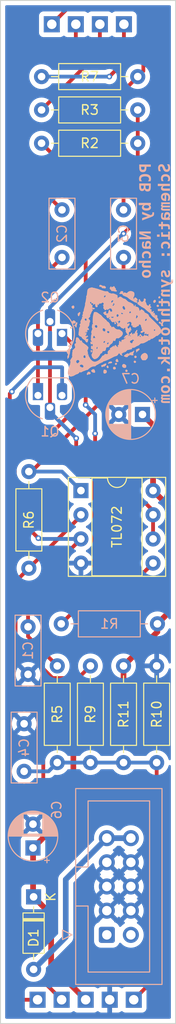
<source format=kicad_pcb>
(kicad_pcb (version 20240108) (generator "pcbnew") (generator_version "8.0")
  (title_block (title "Back PCB") (date "2024-09-10") (rev "0.2"))
  (layers (0 "F.Cu" signal) (31 "B.Cu" signal) (34 "B.Paste" user) (35 "F.Paste" user) (36 "B.SilkS" user "B.Silkscreen") (37 "F.SilkS" user "F.Silkscreen") (38 "B.Mask" user) (39 "F.Mask" user) (44 "Edge.Cuts" user))
  (net 0 "")
  (net 1 "Net-(Q2-E)")
  (net 2 "GND")
  (net 3 "Net-(Q1-E)")
  (net 4 "Net-(C3-Pad1)")
  (net 5 "VCC")
  (net 6 "Net-(D1-A)")
  (net 9 "Net-(U1B--)")
  (net 10 "Net-(U1A--)")
  (net 11 "Net-(P1-Pin_1)")
  (net 12 "Net-(P2-Pin_1)")
  (net 13 "Net-(P3-Pin_1)")
  (net 14 "Net-(P4-Pin_1)")
  (net 15 "Net-(P5-Pin_1)")
  (net 16 "Net-(Q1-B)")
  (net 17 "Net-(P7-Pin_1)")
  (net 18 "Net-(P10-Pin_1)")
  (footprint "Connector_PinHeader_2.54mm:PinHeader_1x01_P2.54mm_Vertical" (layer "F.Cu") (at 138.045113 143.9)
    (property "Reference" "P9" (hide yes))
    (property "Value" "Conn_01x01_Pin" (hide yes))
    (pad "1" thru_hole rect (at 0 0) (size 1.7 1.7) (drill 1) (layers "*.Cu" "*.Mask") (net 2 "GND"))
  )
  (footprint "Resistor_THT:R_Axial_DIN0207_L6.3mm_D2.5mm_P10.16mm_Horizontal" (layer "F.Cu") (at 141.005113 46.9 180)
    (property "Reference" "R7" (at 5.08 0 0) (layer "F.SilkS"))
    (property "Value" "1K")
    (pad "1" thru_hole circle (at 0 0 180) (size 1.6 1.6) (drill 0.8) (layers "*.Cu" "*.Mask") (net 14 "Net-(P4-Pin_1)"))
    (pad "2" thru_hole oval (at 10.16 0 180) (size 1.6 1.6) (drill 0.8) (layers "*.Cu" "*.Mask") (net 11 "Net-(P1-Pin_1)"))
  )
  (footprint "SVG:DirtNacho" (layer "F.Cu") (at 138.097635 75.692831)
    (property "Reference" "Ref**" (hide yes))
    (property "Value" "Val**" (hide yes))
  )
  (footprint "Resistor_THT:R_Axial_DIN0207_L6.3mm_D2.5mm_P10.16mm_Horizontal" (layer "F.Cu") (at 129.505113 98.56 90)
    (property "Reference" "R6" (at 5.08 0 90) (layer "F.SilkS"))
    (property "Value" "47K")
    (pad "1" thru_hole circle (at 0 0 90) (size 1.6 1.6) (drill 0.8) (layers "*.Cu" "*.Mask") (net 10 "Net-(U1A--)"))
    (pad "2" thru_hole oval (at 10.16 0 90) (size 1.6 1.6) (drill 0.8) (layers "*.Cu" "*.Mask") (net 4 "Net-(C3-Pad1)"))
  )
  (footprint "Connector_PinHeader_2.54mm:PinHeader_1x01_P2.54mm_Vertical" (layer "F.Cu") (at 134.465113 41.4)
    (property "Reference" "P3" (hide yes))
    (property "Value" "Conn_01x01_Pin" (hide yes))
    (pad "1" thru_hole rect (at 0 0) (size 1.7 1.7) (drill 1) (layers "*.Cu" "*.Mask") (net 13 "Net-(P3-Pin_1)"))
  )
  (footprint "Package_DIP:DIP-8_W7.62mm_Socket" (layer "F.Cu") (at 135.005113 90.4)
    (property "Reference" "TL072" (at 3.8 3.8 90) (layer "F.SilkS"))
    (property "Value" "TL072")
    (pad "1" thru_hole rect (at 0 0) (size 1.6 1.6) (drill 0.8) (layers "*.Cu" "*.Mask") (net 4 "Net-(C3-Pad1)"))
    (pad "2" thru_hole oval (at 0 2.54) (size 1.6 1.6) (drill 0.8) (layers "*.Cu" "*.Mask") (net 10 "Net-(U1A--)"))
    (pad "3" thru_hole oval (at 0 5.08) (size 1.6 1.6) (drill 0.8) (layers "*.Cu" "*.Mask") (net 1 "Net-(Q2-E)"))
    (pad "4" thru_hole oval (at 0 7.62) (size 1.6 1.6) (drill 0.8) (layers "*.Cu" "*.Mask") (net 2 "GND"))
    (pad "5" thru_hole oval (at 7.62 7.62) (size 1.6 1.6) (drill 0.8) (layers "*.Cu" "*.Mask") (net 17 "Net-(P7-Pin_1)"))
    (pad "6" thru_hole oval (at 7.62 5.08) (size 1.6 1.6) (drill 0.8) (layers "*.Cu" "*.Mask") (net 9 "Net-(U1B--)"))
    (pad "7" thru_hole oval (at 7.62 2.54) (size 1.6 1.6) (drill 0.8) (layers "*.Cu" "*.Mask") (net 9 "Net-(U1B--)"))
    (pad "8" thru_hole oval (at 7.62 0) (size 1.6 1.6) (drill 0.8) (layers "*.Cu" "*.Mask") (net 5 "VCC"))
  )
  (footprint "Connector_PinHeader_2.54mm:PinHeader_1x01_P2.54mm_Vertical" (layer "F.Cu") (at 131.925113 41.4)
    (property "Reference" "P4" (hide yes))
    (property "Value" "Conn_01x01_Pin" (hide yes))
    (pad "1" thru_hole rect (at 0 0) (size 1.7 1.7) (drill 1) (layers "*.Cu" "*.Mask") (net 14 "Net-(P4-Pin_1)"))
  )
  (footprint "Resistor_THT:R_Axial_DIN0207_L6.3mm_D2.5mm_P10.16mm_Horizontal" (layer "F.Cu") (at 130.845113 50.4)
    (property "Reference" "R3" (at 5.08 0 0) (layer "F.SilkS"))
    (property "Value" "47K")
    (pad "1" thru_hole circle (at 0 0) (size 1.6 1.6) (drill 0.8) (layers "*.Cu" "*.Mask") (net 12 "Net-(P2-Pin_1)"))
    (pad "2" thru_hole oval (at 10.16 0) (size 1.6 1.6) (drill 0.8) (layers "*.Cu" "*.Mask") (net 16 "Net-(Q1-B)"))
  )
  (footprint "Connector_PinHeader_2.54mm:PinHeader_1x01_P2.54mm_Vertical" (layer "F.Cu") (at 140.585113 143.9)
    (property "Reference" "P10" (hide yes))
    (property "Value" "Conn_01x01_Pin" (hide yes))
    (pad "1" thru_hole rect (at 0 0) (size 1.7 1.7) (drill 1) (layers "*.Cu" "*.Mask") (net 18 "Net-(P10-Pin_1)"))
  )
  (footprint "Resistor_THT:R_Axial_DIN0207_L6.3mm_D2.5mm_P10.16mm_Horizontal" (layer "F.Cu") (at 143.005113 118.98 90)
    (property "Reference" "R10" (at 5.08 0 90) (layer "F.SilkS"))
    (property "Value" "4.7K")
    (pad "1" thru_hole circle (at 0 0 90) (size 1.6 1.6) (drill 0.8) (layers "*.Cu" "*.Mask") (net 18 "Net-(P10-Pin_1)"))
    (pad "2" thru_hole oval (at 10.16 0 90) (size 1.6 1.6) (drill 0.8) (layers "*.Cu" "*.Mask") (net 2 "GND"))
  )
  (footprint "Connector_PinHeader_2.54mm:PinHeader_1x01_P2.54mm_Vertical" (layer "F.Cu") (at 137.005113 41.4)
    (property "Reference" "P2" (hide yes))
    (property "Value" "Conn_01x01_Pin" (hide yes))
    (pad "1" thru_hole rect (at 0 0) (size 1.7 1.7) (drill 1) (layers "*.Cu" "*.Mask") (net 12 "Net-(P2-Pin_1)"))
  )
  (footprint "Resistor_THT:R_Axial_DIN0207_L6.3mm_D2.5mm_P10.16mm_Horizontal" (layer "F.Cu") (at 139.505113 108.82 -90)
    (property "Reference" "R11" (at 5.08 0 90) (layer "F.SilkS"))
    (property "Value" "4.7K")
    (pad "1" thru_hole circle (at 0 0 270) (size 1.6 1.6) (drill 0.8) (layers "*.Cu" "*.Mask") (net 5 "VCC"))
    (pad "2" thru_hole oval (at 10.16 0 270) (size 1.6 1.6) (drill 0.8) (layers "*.Cu" "*.Mask") (net 18 "Net-(P10-Pin_1)"))
  )
  (footprint "Connector_PinHeader_2.54mm:PinHeader_1x01_P2.54mm_Vertical" (layer "F.Cu") (at 135.505113 143.9)
    (property "Reference" "P8" (hide yes))
    (property "Value" "Conn_01x01_Pin" (hide yes))
    (pad "1" thru_hole rect (at 0 0) (size 1.7 1.7) (drill 1) (layers "*.Cu" "*.Mask") (net 5 "VCC"))
  )
  (footprint "Connector_PinHeader_2.54mm:PinHeader_1x01_P2.54mm_Vertical" (layer "F.Cu") (at 132.965113 143.9)
    (property "Reference" "P7" (hide yes))
    (property "Value" "Conn_01x01_Pin" (hide yes))
    (pad "1" thru_hole rect (at 0 0) (size 1.7 1.7) (drill 1) (layers "*.Cu" "*.Mask") (net 17 "Net-(P7-Pin_1)"))
  )
  (footprint "Resistor_THT:R_Axial_DIN0207_L6.3mm_D2.5mm_P10.16mm_Horizontal" (layer "F.Cu") (at 132.505113 108.82 -90)
    (property "Reference" "R5" (at 5.08 0 90) (layer "F.SilkS"))
    (property "Value" "1M")
    (pad "1" thru_hole circle (at 0 0 270) (size 1.6 1.6) (drill 0.8) (layers "*.Cu" "*.Mask") (net 1 "Net-(Q2-E)"))
    (pad "2" thru_hole oval (at 10.16 0 270) (size 1.6 1.6) (drill 0.8) (layers "*.Cu" "*.Mask") (net 18 "Net-(P10-Pin_1)"))
  )
  (footprint "Connector_PinHeader_2.54mm:PinHeader_1x01_P2.54mm_Vertical" (layer "F.Cu") (at 130.425113 143.9)
    (property "Reference" "P5" (hide yes))
    (property "Value" "Conn_01x01_Pin" (hide yes))
    (pad "1" thru_hole rect (at 0 0) (size 1.7 1.7) (drill 1) (layers "*.Cu" "*.Mask") (net 15 "Net-(P5-Pin_1)"))
  )
  (footprint "Resistor_THT:R_Axial_DIN0207_L6.3mm_D2.5mm_P10.16mm_Horizontal" (layer "F.Cu") (at 130.845113 53.9)
    (property "Reference" "R2" (at 5.08 0 0) (layer "F.SilkS"))
    (property "Value" "47K")
    (pad "1" thru_hole circle (at 0 0) (size 1.6 1.6) (drill 0.8) (layers "*.Cu" "*.Mask") (net 9 "Net-(U1B--)"))
    (pad "2" thru_hole oval (at 10.16 0) (size 1.6 1.6) (drill 0.8) (layers "*.Cu" "*.Mask") (net 16 "Net-(Q1-B)"))
  )
  (footprint "Connector_PinHeader_2.54mm:PinHeader_1x01_P2.54mm_Vertical" (layer "F.Cu") (at 139.545113 41.4)
    (property "Reference" "P1" (hide yes))
    (property "Value" "Conn_01x01_Pin" (hide yes))
    (pad "1" thru_hole rect (at 0 0) (size 1.7 1.7) (drill 1) (layers "*.Cu" "*.Mask") (net 11 "Net-(P1-Pin_1)"))
  )
  (footprint "Diode_THT:D_DO-35_SOD27_P7.62mm_Horizontal" (layer "F.Cu") (at 130.005113 133.09 -90)
    (property "Reference" "D1" (at 4.31 0 90) (layer "F.SilkS"))
    (property "Value" "1N4148")
    (fp_text user "K" (at 0 -1.8 -90) (layer "F.SilkS"))
    (pad "1" thru_hole rect (at 0 0 270) (size 1.6 1.6) (drill 0.8) (layers "*.Cu" "*.Mask") (net 5 "VCC"))
    (pad "2" thru_hole oval (at 7.62 0 270) (size 1.6 1.6) (drill 0.8) (layers "*.Cu" "*.Mask") (net 6 "Net-(D1-A)"))
  )
  (footprint "Resistor_THT:R_Axial_DIN0207_L6.3mm_D2.5mm_P10.16mm_Horizontal" (layer "F.Cu") (at 136.005113 108.82 -90)
    (property "Reference" "R9" (at 5.08 0 90) (layer "F.SilkS"))
    (property "Value" "4.7K")
    (pad "1" thru_hole circle (at 0 0 270) (size 1.6 1.6) (drill 0.8) (layers "*.Cu" "*.Mask") (net 10 "Net-(U1A--)"))
    (pad "2" thru_hole oval (at 10.16 0 270) (size 1.6 1.6) (drill 0.8) (layers "*.Cu" "*.Mask") (net 18 "Net-(P10-Pin_1)"))
  )
  (footprint "Capacitor_THT:CP_Radial_D5.0mm_P2.50mm" (layer "B.Cu") (at 141.505113 82.4 180)
    (property "Reference" "C7" (at 1.25 3.75 0) (layer "B.SilkS") (effects (justify mirror)))
    (property "Value" "10nF")
    (pad "1" thru_hole rect (at 0 0 180) (size 1.6 1.6) (drill 0.8) (layers "*.Cu" "*.Mask") (net 5 "VCC"))
    (pad "2" thru_hole circle (at 2.5 0 180) (size 1.6 1.6) (drill 0.8) (layers "*.Cu" "*.Mask") (net 2 "GND"))
  )
  (footprint "Resistor_THT:R_Axial_DIN0207_L6.3mm_D2.5mm_P10.16mm_Horizontal" (layer "B.Cu") (at 143.085113 104.4 180)
    (property "Reference" "R1" (at 5.08 0 0) (layer "B.SilkS") (effects (justify mirror)))
    (property "Value" "1M")
    (pad "1" thru_hole circle (at 0 0 180) (size 1.6 1.6) (drill 0.8) (layers "*.Cu" "*.Mask") (net 5 "VCC"))
    (pad "2" thru_hole oval (at 10.16 0 180) (size 1.6 1.6) (drill 0.8) (layers "*.Cu" "*.Mask") (net 16 "Net-(Q1-B)"))
  )
  (footprint "Capacitor_THT:C_Rect_L7.2mm_W2.5mm_P5.00mm_FKS2_FKP2_MKS2_MKP2" (layer "B.Cu") (at 129.005113 119.9 90)
    (property "Reference" "C4" (at 2.5 0 90) (layer "B.SilkS") (effects (justify mirror)))
    (property "Value" "47uF")
    (pad "1" thru_hole circle (at 0 0 90) (size 1.6 1.6) (drill 0.8) (layers "*.Cu" "*.Mask") (net 18 "Net-(P10-Pin_1)"))
    (pad "2" thru_hole circle (at 5 0 90) (size 1.6 1.6) (drill 0.8) (layers "*.Cu" "*.Mask") (net 2 "GND"))
  )
  (footprint "Package_TO_SOT_THT:TO-92L_HandSolder" (layer "B.Cu") (at 133.005113 73.9 180)
    (property "Reference" "Q2" (at 1.27 3.8 0) (layer "B.SilkS") (effects (justify mirror)))
    (property "Value" "2N3904")
    (pad "1" thru_hole rect (at 0 0 180) (size 1.1 1.8) (drill 0.75 (offset 0 -0.4)) (layers "*.Cu" "*.Mask") (net 1 "Net-(Q2-E)"))
    (pad "2" thru_hole roundrect (at 1.27 1.27 180) (size 1.1 1.8) (drill 0.75 (offset 0 0.4)) (layers "*.Cu" "*.Mask") (net 16 "Net-(Q1-B)"))
    (pad "3" thru_hole roundrect (at 2.54 0 180) (size 1.1 1.8) (drill 0.75 (offset 0 -0.4)) (layers "*.Cu" "*.Mask") (net 3 "Net-(Q1-E)"))
  )
  (footprint "Connector_IDC:IDC-Header_2x05_P2.54mm_Vertical" (layer "B.Cu") (at 137.74 137.08)
    (property "Reference" "J0" (hide yes))
    (property "Value" "EURO_PWR_2x5")
    (pad "1" thru_hole roundrect (at 0 0) (size 1.7 1.7) (drill 1) (layers "*.Cu" "*.Mask") (roundrect_rratio 0.147059))
    (pad "2" thru_hole circle (at 2.54 0) (size 1.7 1.7) (drill 1) (layers "*.Cu" "*.Mask"))
    (pad "3" thru_hole circle (at 0 -2.54) (size 1.7 1.7) (drill 1) (layers "*.Cu" "*.Mask") (net 2 "GND"))
    (pad "4" thru_hole circle (at 2.54 -2.54) (size 1.7 1.7) (drill 1) (layers "*.Cu" "*.Mask") (net 2 "GND"))
    (pad "5" thru_hole circle (at 0 -5.08) (size 1.7 1.7) (drill 1) (layers "*.Cu" "*.Mask") (net 2 "GND"))
    (pad "6" thru_hole circle (at 2.54 -5.08) (size 1.7 1.7) (drill 1) (layers "*.Cu" "*.Mask") (net 2 "GND"))
    (pad "7" thru_hole circle (at 0 -7.62) (size 1.7 1.7) (drill 1) (layers "*.Cu" "*.Mask") (net 2 "GND"))
    (pad "8" thru_hole circle (at 2.54 -7.62) (size 1.7 1.7) (drill 1) (layers "*.Cu" "*.Mask") (net 2 "GND"))
    (pad "9" thru_hole circle (at 0 -10.16) (size 1.7 1.7) (drill 1) (layers "*.Cu" "*.Mask") (net 6 "Net-(D1-A)"))
    (pad "10" thru_hole circle (at 2.54 -10.16) (size 1.7 1.7) (drill 1) (layers "*.Cu" "*.Mask") (net 6 "Net-(D1-A)"))
  )
  (footprint "Package_TO_SOT_THT:TO-92L_HandSolder" (layer "B.Cu") (at 130.465113 80.4)
    (property "Reference" "Q1" (at 1.27 3.8 180) (layer "B.SilkS") (effects (justify mirror)))
    (property "Value" "2N3904")
    (pad "1" thru_hole rect (at 0 0) (size 1.1 1.8) (drill 0.75 (offset 0 -0.4)) (layers "*.Cu" "*.Mask") (net 3 "Net-(Q1-E)"))
    (pad "2" thru_hole roundrect (at 1.27 1.27) (size 1.1 1.8) (drill 0.75 (offset 0 0.4)) (layers "*.Cu" "*.Mask") (net 16 "Net-(Q1-B)"))
    (pad "3" thru_hole roundrect (at 2.54 0) (size 1.1 1.8) (drill 0.75 (offset 0 -0.4)) (layers "*.Cu" "*.Mask") (net 15 "Net-(P5-Pin_1)"))
  )
  (footprint "Capacitor_THT:C_Rect_L7.2mm_W2.5mm_P5.00mm_FKS2_FKP2_MKS2_MKP2" (layer "B.Cu") (at 133.005113 65.9 90)
    (property "Reference" "C2" (at 2.5 0 90) (layer "B.SilkS") (effects (justify mirror)))
    (property "Value" "10nF")
    (pad "1" thru_hole circle (at 0 0 90) (size 1.6 1.6) (drill 0.8) (layers "*.Cu" "*.Mask") (net 3 "Net-(Q1-E)"))
    (pad "2" thru_hole circle (at 5 0 90) (size 1.6 1.6) (drill 0.8) (layers "*.Cu" "*.Mask") (net 13 "Net-(P3-Pin_1)"))
  )
  (footprint "Capacitor_THT:C_Rect_L7.2mm_W2.5mm_P5.00mm_FKS2_FKP2_MKS2_MKP2" (layer "B.Cu") (at 129.42 104.71 -90)
    (property "Reference" "C1" (at 2.5 0 90) (layer "B.SilkS") (effects (justify mirror)))
    (property "Value" "1nF")
    (pad "1" thru_hole circle (at 0 0 270) (size 1.6 1.6) (drill 0.8) (layers "*.Cu" "*.Mask") (net 1 "Net-(Q2-E)"))
    (pad "2" thru_hole circle (at 5 0 270) (size 1.6 1.6) (drill 0.8) (layers "*.Cu" "*.Mask") (net 2 "GND"))
  )
  (footprint "Capacitor_THT:C_Rect_L7.2mm_W2.5mm_P5.00mm_FKS2_FKP2_MKS2_MKP2" (layer "B.Cu") (at 139.505113 65.9 90)
    (property "Reference" "C3" (at 2.5 0 90) (layer "B.SilkS") (effects (justify mirror)))
    (property "Value" "1uF")
    (pad "1" thru_hole circle (at 0 0 90) (size 1.6 1.6) (drill 0.8) (layers "*.Cu" "*.Mask") (net 4 "Net-(C3-Pad1)"))
    (pad "2" thru_hole circle (at 5 0 90) (size 1.6 1.6) (drill 0.8) (layers "*.Cu" "*.Mask") (net 14 "Net-(P4-Pin_1)"))
  )
  (footprint "Capacitor_THT:CP_Radial_D5.0mm_P2.50mm" (layer "B.Cu") (at 129.94 127.95 90)
    (property "Reference" "C6" (at 4 2.5 90) (layer "B.SilkS") (effects (justify mirror)))
    (property "Value" "22UF")
    (pad "1" thru_hole rect (at 0 0 90) (size 1.6 1.6) (drill 0.8) (layers "*.Cu" "*.Mask") (net 5 "VCC"))
    (pad "2" thru_hole circle (at 2.5 0 90) (size 1.6 1.6) (drill 0.8) (layers "*.Cu" "*.Mask") (net 2 "GND"))
  )
  (gr_line (start 145.005113 146.4) (end 126.505113 146.4) (stroke (width 0.1)) (layer "Edge.Cuts"))
  (gr_line (start 126.505113 38.9) (end 145.005113 38.9) (stroke (width 0.1)) (layer "Edge.Cuts"))
  (gr_line (start 126.505113 146.4) (end 126.505113 38.9) (stroke (width 0.1)) (layer "Edge.Cuts"))
  (gr_line (start 145.005113 38.9) (end 145.005113 146.4) (stroke (width 0.1)) (layer "Edge.Cuts"))
  (gr_text "PCB by Nacho\nSchematic: synthrotek.com" (at 144.605113 56 90) (layer "B.SilkS") (effects (font (size 1.2 1.2) (thickness 0.3) (bold yes)) (justify left bottom mirror)))
  (segment (start 132.505113 108.82) (end 129.42 105.734887) (width 0.4) (layer "F.Cu") (net 1))
  (segment (start 134.4 75.294887) (end 134.4 81.85) (width 0.4) (layer "F.Cu") (net 1))
  (segment (start 129.42 105.734887) (end 129.42 104.71) (width 0.4) (layer "F.Cu") (net 1))
  (segment (start 129.42 104.71) (end 129.42 101.065113) (width 0.4) (layer "F.Cu") (net 1))
  (segment (start 133.005113 73.9) (end 134.4 75.294887) (width 0.4) (layer "F.Cu") (net 1))
  (segment (start 128.02 86.79) (end 128.02 92.914887) (width 0.4) (layer "F.Cu") (net 1))
  (segment (start 134.4 81.85) (end 130.03 86.22) (width 0.4) (layer "F.Cu") (net 1))
  (segment (start 128.02 92.914887) (end 130.505113 95.4) (width 0.4) (layer "F.Cu") (net 1))
  (segment (start 130.03 86.22) (end 128.59 86.22) (width 0.4) (layer "F.Cu") (net 1))
  (segment (start 129.42 101.065113) (end 135.005113 95.48) (width 0.4) (layer "F.Cu") (net 1))
  (segment (start 128.59 86.22) (end 128.02 86.79) (width 0.4) (layer "F.Cu") (net 1))
  (via (at 130.505113 95.4) (size 0.6) (drill 0.3) (layers "F.Cu" "B.Cu") (net 1))
  (segment (start 130.585113 95.48) (end 130.505113 95.4) (width 0.4) (layer "B.Cu") (net 1))
  (segment (start 135.005113 95.48) (end 130.585113 95.48) (width 0.4) (layer "B.Cu") (net 1))
  (segment (start 130.465113 73.9) (end 130.465113 68.44) (width 0.4) (layer "F.Cu") (net 3))
  (segment (start 130.465113 80.4) (end 130.465113 73.9) (width 0.4) (layer "F.Cu") (net 3))
  (segment (start 130.465113 68.44) (end 133.005113 65.9) (width 0.4) (layer "F.Cu") (net 3))
  (segment (start 139.505113 78.674887) (end 139.505113 65.9) (width 0.4) (layer "F.Cu") (net 4))
  (segment (start 129.78 88.4) (end 139.505113 78.674887) (width 0.4) (layer "F.Cu") (net 4))
  (segment (start 129.505113 88.4) (end 129.78 88.4) (width 0.4) (layer "F.Cu") (net 4))
  (segment (start 135.005113 90.4) (end 135 90.4) (width 0.4) (layer "B.Cu") (net 4))
  (segment (start 135 90.4) (end 133 88.4) (width 0.4) (layer "B.Cu") (net 4))
  (segment (start 133 88.4) (end 129.505113 88.4) (width 0.4) (layer "B.Cu") (net 4))
  (segment (start 142.625113 83.52) (end 141.505113 82.4) (width 0.6) (layer "F.Cu") (net 5))
  (segment (start 129.94 127.95) (end 129.955113 127.95) (width 0.6) (layer "F.Cu") (net 5))
  (segment (start 143.085113 104.4) (end 144.205113 103.28) (width 0.6) (layer "F.Cu") (net 5))
  (segment (start 134.205113 115.7) (end 139.505113 110.4) (width 0.6) (layer "F.Cu") (net 5))
  (segment (start 131.86 140.254887) (end 135.505113 143.9) (width 0.6) (layer "F.Cu") (net 5))
  (segment (start 144.205113 91.98) (end 142.625113 90.4) (width 0.6) (layer "F.Cu") (net 5))
  (segment (start 130.005113 133.09) (end 131.86 134.944887) (width 0.6) (layer "F.Cu") (net 5))
  (segment (start 129.95 133.034887) (end 129.95 127.96) (width 0.6) (layer "F.Cu") (net 5))
  (segment (start 144.205113 103.28) (end 144.205113 91.98) (width 0.6) (layer "F.Cu") (net 5))
  (segment (start 129.95 127.96) (end 129.94 127.95) (width 0.6) (layer "F.Cu") (net 5))
  (segment (start 134.205113 123.7) (end 134.205113 115.7) (width 0.6) (layer "F.Cu") (net 5))
  (segment (start 139.505113 108.82) (end 143.085113 105.24) (width 0.6) (layer "F.Cu") (net 5))
  (segment (start 129.955113 127.95) (end 134.205113 123.7) (width 0.6) (layer "F.Cu") (net 5))
  (segment (start 143.085113 105.24) (end 143.085113 104.4) (width 0.6) (layer "F.Cu") (net 5))
  (segment (start 139.505113 110.4) (end 139.505113 108.82) (width 0.6) (layer "F.Cu") (net 5))
  (segment (start 131.86 134.944887) (end 131.86 140.254887) (width 0.6) (layer "F.Cu") (net 5))
  (segment (start 142.625113 90.4) (end 142.625113 83.52) (width 0.6) (layer "F.Cu") (net 5))
  (segment (start 135.505113 143.9) (end 135.505113 143.86) (width 0.6) (layer "F.Cu") (net 5))
  (segment (start 130.005113 133.09) (end 129.95 133.034887) (width 0.6) (layer "F.Cu") (net 5))
  (segment (start 137.74 126.92) (end 133.4 131.26) (width 0.6) (layer "B.Cu") (net 6))
  (segment (start 140.28 126.92) (end 137.74 126.92) (width 0.6) (layer "B.Cu") (net 6))
  (segment (start 133.4 137.315113) (end 130.005113 140.71) (width 0.6) (layer "B.Cu") (net 6))
  (segment (start 133.4 131.26) (end 133.4 137.315113) (width 0.6) (layer "B.Cu") (net 6))
  (segment (start 130.845113 53.9) (end 135.505113 58.56) (width 0.4) (layer "F.Cu") (net 9))
  (segment (start 142.625113 92.94) (end 142.625113 92.52) (width 0.4) (layer "F.Cu") (net 9))
  (segment (start 142.625113 92.52) (end 136.505113 86.4) (width 0.4) (layer "F.Cu") (net 9))
  (segment (start 142.625113 95.48) (end 142.625113 92.94) (width 0.4) (layer "F.Cu") (net 9))
  (segment (start 136.505113 86.4) (end 136.505113 84.4) (width 0.4) (layer "F.Cu") (net 9))
  (segment (start 135.505113 58.56) (end 135.505113 81.4) (width 0.4) (layer "F.Cu") (net 9))
  (via (at 135.505113 81.4) (size 0.6) (drill 0.3) (layers "F.Cu" "B.Cu") (net 9))
  (via (at 136.505113 84.4) (size 0.6) (drill 0.3) (layers "F.Cu" "B.Cu") (net 9))
  (segment (start 136.505113 82.4) (end 135.505113 81.4) (width 0.4) (layer "B.Cu") (net 9))
  (segment (start 136.505113 84.4) (end 136.505113 82.4) (width 0.4) (layer "B.Cu") (net 9))
  (segment (start 129.505113 98.56) (end 135.005113 93.06) (width 0.4) (layer "F.Cu") (net 10))
  (segment (start 135.005113 93.06) (end 135.005113 92.94) (width 0.4) (layer "F.Cu") (net 10))
  (segment (start 128.1 106.194887) (end 128.1 99.965113) (width 0.4) (layer "F.Cu") (net 10))
  (segment (start 132.005113 110.1) (end 128.1 106.194887) (width 0.4) (layer "F.Cu") (net 10))
  (segment (start 136.005113 108.82) (end 134.725113 110.1) (width 0.4) (layer "F.Cu") (net 10))
  (segment (start 134.725113 110.1) (end 132.005113 110.1) (width 0.4) (layer "F.Cu") (net 10))
  (segment (start 128.1 99.965113) (end 129.505113 98.56) (width 0.4) (layer "F.Cu") (net 10))
  (segment (start 139.545113 45.36) (end 139.545113 41.4) (width 0.4) (layer "F.Cu") (net 11))
  (segment (start 138.005113 46.9) (end 139.545113 45.36) (width 0.4) (layer "F.Cu") (net 11))
  (via (at 138.005113 46.9) (size 0.6) (drill 0.3) (layers "F.Cu" "B.Cu") (net 11))
  (segment (start 130.845113 46.9) (end 138.005113 46.9) (width 0.4) (layer "B.Cu") (net 11))
  (segment (start 137.005113 44.24) (end 137.005113 41.4) (width 0.4) (layer "F.Cu") (net 12))
  (segment (start 130.845113 50.4) (end 137.005113 44.24) (width 0.4) (layer "F.Cu") (net 12))
  (segment (start 129.32 49.960748) (end 129.32 45.2) (width 0.4) (layer "F.Cu") (net 13))
  (segment (start 129.33 57.224887) (end 129.33 49.970748) (width 0.4) (layer "F.Cu") (net 13))
  (segment (start 129.33 49.970748) (end 129.32 49.960748) (width 0.4) (layer "F.Cu") (net 13))
  (segment (start 130.39 44.13) (end 133.72 44.13) (width 0.4) (layer "F.Cu") (net 13))
  (segment (start 133.005113 60.9) (end 129.33 57.224887) (width 0.4) (layer "F.Cu") (net 13))
  (segment (start 129.32 45.2) (end 130.39 44.13) (width 0.4) (layer "F.Cu") (net 13))
  (segment (start 133.72 44.13) (end 134.465113 43.384887) (width 0.4) (layer "F.Cu") (net 13))
  (segment (start 134.465113 43.384887) (end 134.465113 41.4) (width 0.4) (layer "F.Cu") (net 13))
  (segment (start 133.635113 39.69) (end 131.925113 41.4) (width 0.4) (layer "F.Cu") (net 14))
  (segment (start 139.505113 60.9) (end 139.505113 48.4) (width 0.4) (layer "F.Cu") (net 14))
  (segment (start 139.505113 48.4) (end 141.005113 46.9) (width 0.4) (layer "F.Cu") (net 14))
  (segment (start 141.6 46.305113) (end 141.6 39.69) (width 0.4) (layer "F.Cu") (net 14))
  (segment (start 141.005113 46.9) (end 141.6 46.305113) (width 0.4) (layer "F.Cu") (net 14))
  (segment (start 141.6 39.69) (end 133.635113 39.69) (width 0.4) (layer "F.Cu") (net 14))
  (segment (start 127.49 86.471472) (end 127.42 86.541472) (width 0.4) (layer "F.Cu") (net 15))
  (segment (start 127.42 142.37) (end 128.95 143.9) (width 0.4) (layer "F.Cu") (net 15))
  (segment (start 128.95 143.9) (end 130.425113 143.9) (width 0.4) (layer "F.Cu") (net 15))
  (segment (start 127.49 80.22) (end 127.49 86.471472) (width 0.4) (layer "F.Cu") (net 15))
  (segment (start 127.71 80) (end 127.49 80.22) (width 0.4) (layer "F.Cu") (net 15))
  (segment (start 127.42 86.541472) (end 127.42 142.37) (width 0.4) (layer "F.Cu") (net 15))
  (via (at 127.71 80) (size 0.6) (drill 0.3) (layers "F.Cu" "B.Cu") (net 15))
  (segment (start 132.99 77.44) (end 133.02 77.47) (width 0.4) (layer "B.Cu") (net 15))
  (segment (start 133.02 77.47) (end 133.02 80.385113) (width 0.4) (layer "B.Cu") (net 15))
  (segment (start 130.19 77.44) (end 132.99 77.44) (width 0.4) (layer "B.Cu") (net 15))
  (segment (start 127.71 79.92) (end 130.19 77.44) (width 0.4) (layer "B.Cu") (net 15))
  (segment (start 127.71 80) (end 127.71 79.92) (width 0.4) (layer "B.Cu") (net 15))
  (segment (start 133.02 80.385113) (end 133.005113 80.4) (width 0.4) (layer "B.Cu") (net 15))
  (segment (start 136.405113 100.92) (end 136.405113 88.7) (width 0.4) (layer "F.Cu") (net 16))
  (segment (start 141.005113 53.9) (end 141.005113 61.9) (width 0.4) (layer "F.Cu") (net 16))
  (segment (start 141.005113 50.4) (end 141.005113 53.9) (width 0.4) (layer "F.Cu") (net 16))
  (segment (start 132.925113 104.4) (end 136.405113 100.92) (width 0.4) (layer "F.Cu") (net 16))
  (segment (start 141.005113 61.9) (end 139.505113 63.4) (width 0.4) (layer "F.Cu") (net 16))
  (segment (start 134.505113 86.8) (end 134.505113 84.9) (width 0.4) (layer "F.Cu") (net 16))
  (segment (start 136.405113 88.7) (end 134.505113 86.8) (width 0.4) (layer "F.Cu") (net 16))
  (segment (start 131.735113 81.67) (end 131.735113 72.63) (width 0.4) (layer "F.Cu") (net 16))
  (via (at 134.505113 84.9) (size 0.6) (drill 0.3) (layers "F.Cu" "B.Cu") (net 16))
  (via (at 139.505113 63.4) (size 0.6) (drill 0.3) (layers "F.Cu" "B.Cu") (net 16))
  (segment (start 131.735113 82.13) (end 131.735113 81.67) (width 0.4) (layer "B.Cu") (net 16))
  (segment (start 139.48 63.4) (end 139.505113 63.4) (width 0.4) (layer "B.Cu") (net 16))
  (segment (start 134.505113 84.9) (end 131.735113 82.13) (width 0.4) (layer "B.Cu") (net 16))
  (segment (start 131.735113 72.63) (end 131.735113 71.144887) (width 0.4) (layer "B.Cu") (net 16))
  (segment (start 131.735113 71.144887) (end 139.48 63.4) (width 0.4) (layer "B.Cu") (net 16))
  (segment (start 129.38 142.22) (end 128.36 141.2) (width 0.4) (layer "F.Cu") (net 17))
  (segment (start 141.605113 99.04) (end 142.625113 98.02) (width 0.4) (layer "F.Cu") (net 17))
  (segment (start 131.03 116.37) (end 137.84 109.56) (width 0.4) (layer "F.Cu") (net 17))
  (segment (start 131.03 120.85) (end 131.03 116.37) (width 0.4) (layer "F.Cu") (net 17))
  (segment (start 128.36 123.52) (end 131.03 120.85) (width 0.4) (layer "F.Cu") (net 17))
  (segment (start 137.84 107.8) (end 141.605113 104.034887) (width 0.4) (layer "F.Cu") (net 17))
  (segment (start 132.965113 143.9) (end 131.285113 142.22) (width 0.4) (layer "F.Cu") (net 17))
  (segment (start 141.605113 104.034887) (end 141.605113 99.04) (width 0.4) (layer "F.Cu") (net 17))
  (segment (start 128.36 141.2) (end 128.36 123.52) (width 0.4) (layer "F.Cu") (net 17))
  (segment (start 137.84 109.56) (end 137.84 107.8) (width 0.4) (layer "F.Cu") (net 17))
  (segment (start 131.285113 142.22) (end 129.38 142.22) (width 0.4) (layer "F.Cu") (net 17))
  (segment (start 140.585113 143.894887) (end 143.005113 141.474887) (width 0.4) (layer "F.Cu") (net 18))
  (segment (start 140.585113 143.9) (end 140.585113 143.894887) (width 0.4) (layer "F.Cu") (net 18))
  (segment (start 143.005113 141.474887) (end 143.005113 118.98) (width 0.4) (layer "F.Cu") (net 18))
  (segment (start 132.505113 118.98) (end 136.005113 118.98) (width 0.4) (layer "B.Cu") (net 18))
  (segment (start 131.585113 119.9) (end 132.505113 118.98) (width 0.4) (layer "B.Cu") (net 18))
  (segment (start 136.005113 118.98) (end 139.505113 118.98) (width 0.4) (layer "B.Cu") (net 18))
  (segment (start 129.005113 119.9) (end 131.585113 119.9) (width 0.4) (layer "B.Cu") (net 18))
  (segment (start 139.505113 118.98) (end 143.005113 118.98) (width 0.4) (layer "B.Cu") (net 18))
  (zone (net 2) (net_name "GND") (layer "B.Cu") (priority 1) (connect_pads (clearance 0.5)) (min_thickness 0.25) (fill yes (thermal_gap 0.5) (thermal_bridge_width 0.5))
    (polygon (pts (xy 127.005113 145.9) (xy 144.505113 145.9) (xy 144.505113 39.4) (xy 127.005113 39.4)))
  )
)
</source>
